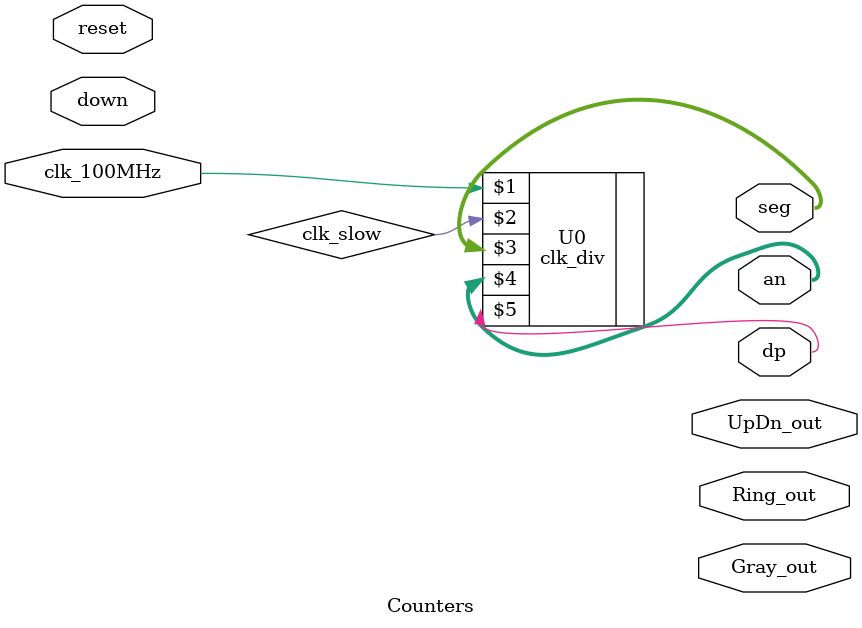
<source format=sv>
`timescale 1ns / 1ps


module Counters(
    input reset,
    input down,
    output logic [2:0] Gray_out,
    output logic [2:0] Ring_out,
    output logic [2:0] UpDn_out,
    output [6:0] seg,
    output [3:0] an,
    output dp,
    input clk_100MHz
    );
    
    clk_div U0 (clk_100MHz, clk_slow, seg, an, dp);  
endmodule

</source>
